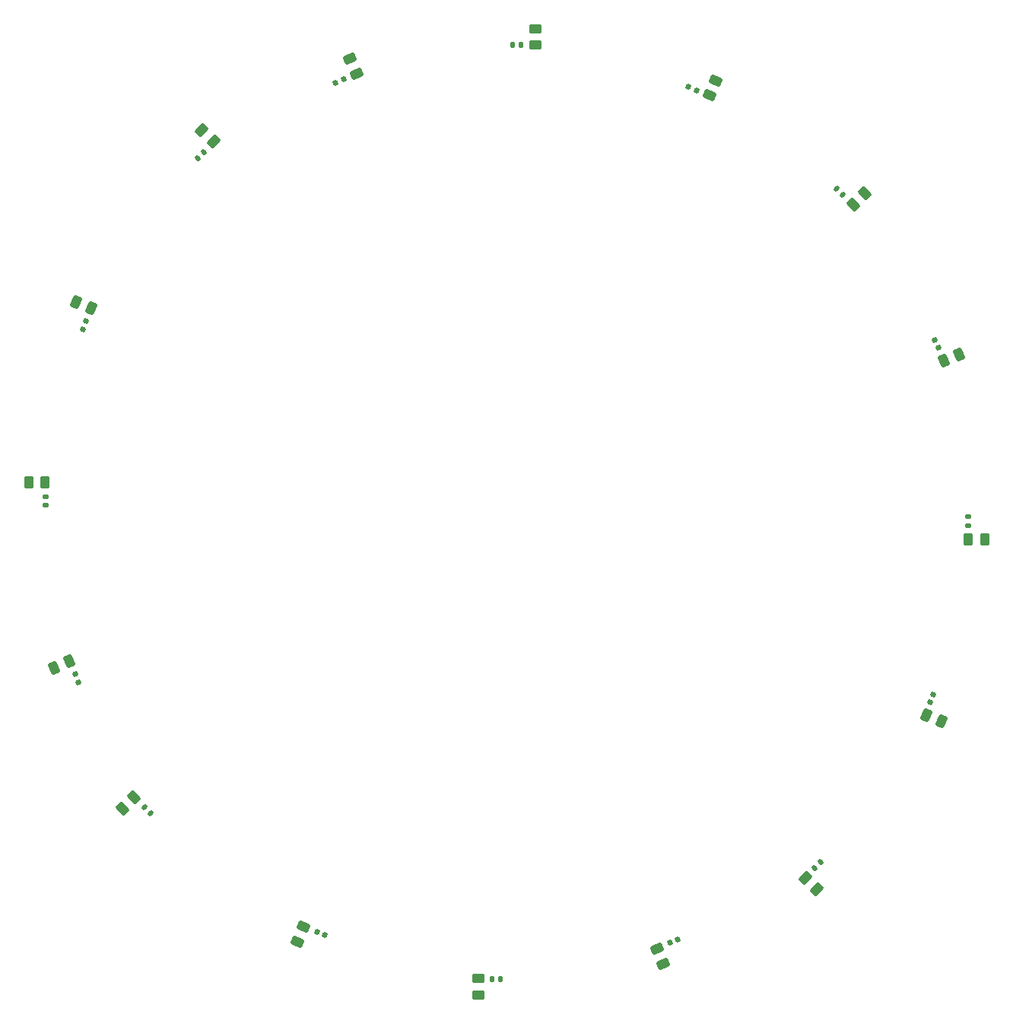
<source format=gbr>
%TF.GenerationSoftware,KiCad,Pcbnew,7.0.9*%
%TF.CreationDate,2024-12-16T17:29:33+09:00*%
%TF.ProjectId,IR_Bored_ESP32,49525f42-6f72-4656-945f-45535033322e,rev?*%
%TF.SameCoordinates,Original*%
%TF.FileFunction,Paste,Top*%
%TF.FilePolarity,Positive*%
%FSLAX46Y46*%
G04 Gerber Fmt 4.6, Leading zero omitted, Abs format (unit mm)*
G04 Created by KiCad (PCBNEW 7.0.9) date 2024-12-16 17:29:33*
%MOMM*%
%LPD*%
G01*
G04 APERTURE LIST*
G04 Aperture macros list*
%AMRoundRect*
0 Rectangle with rounded corners*
0 $1 Rounding radius*
0 $2 $3 $4 $5 $6 $7 $8 $9 X,Y pos of 4 corners*
0 Add a 4 corners polygon primitive as box body*
4,1,4,$2,$3,$4,$5,$6,$7,$8,$9,$2,$3,0*
0 Add four circle primitives for the rounded corners*
1,1,$1+$1,$2,$3*
1,1,$1+$1,$4,$5*
1,1,$1+$1,$6,$7*
1,1,$1+$1,$8,$9*
0 Add four rect primitives between the rounded corners*
20,1,$1+$1,$2,$3,$4,$5,0*
20,1,$1+$1,$4,$5,$6,$7,0*
20,1,$1+$1,$6,$7,$8,$9,0*
20,1,$1+$1,$8,$9,$2,$3,0*%
G04 Aperture macros list end*
%ADD10RoundRect,0.250000X0.503814X0.132583X0.132583X0.503814X-0.503814X-0.132583X-0.132583X-0.503814X0*%
%ADD11RoundRect,0.140000X0.194399X0.103484X-0.064287X0.210635X-0.194399X-0.103484X0.064287X-0.210635X0*%
%ADD12RoundRect,0.250000X0.132583X-0.503814X0.503814X-0.132583X-0.132583X0.503814X-0.503814X0.132583X0*%
%ADD13RoundRect,0.140000X0.219203X0.021213X0.021213X0.219203X-0.219203X-0.021213X-0.021213X-0.219203X0*%
%ADD14RoundRect,0.140000X-0.140000X-0.170000X0.140000X-0.170000X0.140000X0.170000X-0.140000X0.170000X0*%
%ADD15RoundRect,0.140000X-0.210635X0.064287X-0.103484X-0.194399X0.210635X-0.064287X0.103484X0.194399X0*%
%ADD16RoundRect,0.250000X-0.414726X-0.315291X0.070311X-0.516200X0.414726X0.315291X-0.070311X0.516200X0*%
%ADD17RoundRect,0.140000X0.210635X-0.064287X0.103484X0.194399X-0.210635X0.064287X-0.103484X-0.194399X0*%
%ADD18RoundRect,0.250000X-0.132583X0.503814X-0.503814X0.132583X0.132583X-0.503814X0.503814X-0.132583X0*%
%ADD19RoundRect,0.250000X0.070311X0.516200X-0.414726X0.315291X-0.070311X-0.516200X0.414726X-0.315291X0*%
%ADD20RoundRect,0.250000X-0.262500X-0.450000X0.262500X-0.450000X0.262500X0.450000X-0.262500X0.450000X0*%
%ADD21RoundRect,0.140000X0.021213X-0.219203X0.219203X-0.021213X-0.021213X0.219203X-0.219203X0.021213X0*%
%ADD22RoundRect,0.250000X0.262500X0.450000X-0.262500X0.450000X-0.262500X-0.450000X0.262500X-0.450000X0*%
%ADD23RoundRect,0.250000X0.450000X-0.262500X0.450000X0.262500X-0.450000X0.262500X-0.450000X-0.262500X0*%
%ADD24RoundRect,0.250000X-0.070311X-0.516200X0.414726X-0.315291X0.070311X0.516200X-0.414726X0.315291X0*%
%ADD25RoundRect,0.250000X0.414726X0.315291X-0.070311X0.516200X-0.414726X-0.315291X0.070311X-0.516200X0*%
%ADD26RoundRect,0.140000X-0.103484X0.194399X-0.210635X-0.064287X0.103484X-0.194399X0.210635X0.064287X0*%
%ADD27RoundRect,0.140000X-0.021213X0.219203X-0.219203X0.021213X0.021213X-0.219203X0.219203X-0.021213X0*%
%ADD28RoundRect,0.250000X-0.450000X0.262500X-0.450000X-0.262500X0.450000X-0.262500X0.450000X0.262500X0*%
%ADD29RoundRect,0.250000X0.315291X-0.414726X0.516200X0.070311X-0.315291X0.414726X-0.516200X-0.070311X0*%
%ADD30RoundRect,0.140000X-0.064287X-0.210635X0.194399X-0.103484X0.064287X0.210635X-0.194399X0.103484X0*%
%ADD31RoundRect,0.250000X-0.503814X-0.132583X-0.132583X-0.503814X0.503814X0.132583X0.132583X0.503814X0*%
%ADD32RoundRect,0.250000X-0.516200X0.070311X-0.315291X-0.414726X0.516200X-0.070311X0.315291X0.414726X0*%
%ADD33RoundRect,0.140000X0.103484X-0.194399X0.210635X0.064287X-0.103484X0.194399X-0.210635X-0.064287X0*%
%ADD34RoundRect,0.250000X-0.315291X0.414726X-0.516200X-0.070311X0.315291X-0.414726X0.516200X0.070311X0*%
%ADD35RoundRect,0.250000X0.516200X-0.070311X0.315291X0.414726X-0.516200X0.070311X-0.315291X-0.414726X0*%
%ADD36RoundRect,0.140000X-0.170000X0.140000X-0.170000X-0.140000X0.170000X-0.140000X0.170000X0.140000X0*%
%ADD37RoundRect,0.140000X-0.219203X-0.021213X-0.021213X-0.219203X0.219203X0.021213X0.021213X0.219203X0*%
%ADD38RoundRect,0.140000X0.064287X0.210635X-0.194399X0.103484X-0.064287X-0.210635X0.194399X-0.103484X0*%
%ADD39RoundRect,0.140000X0.170000X-0.140000X0.170000X0.140000X-0.170000X0.140000X-0.170000X-0.140000X0*%
%ADD40RoundRect,0.140000X0.140000X0.170000X-0.140000X0.170000X-0.140000X-0.170000X0.140000X-0.170000X0*%
%ADD41RoundRect,0.140000X-0.194399X-0.103484X0.064287X-0.210635X0.194399X0.103484X-0.064287X0.210635X0*%
G04 APERTURE END LIST*
D10*
%TO.C,R1*%
X156845235Y-44565235D03*
X155554765Y-43274765D03*
%TD*%
D11*
%TO.C,C16*%
X210608232Y-38826948D03*
X209721308Y-38459572D03*
%TD*%
D12*
%TO.C,R15*%
X228072221Y-51570978D03*
X229362691Y-50280508D03*
%TD*%
D13*
%TO.C,C15*%
X226921405Y-50473195D03*
X226242583Y-49794373D03*
%TD*%
D14*
%TO.C,C11*%
X187840000Y-137710000D03*
X188800000Y-137710000D03*
%TD*%
D15*
%TO.C,C6*%
X141444014Y-103836295D03*
X141811390Y-104723219D03*
%TD*%
D16*
%TO.C,R10*%
X236206960Y-108380801D03*
X237893040Y-109079199D03*
%TD*%
D17*
%TO.C,C14*%
X237535986Y-67475705D03*
X237168610Y-66588781D03*
%TD*%
D18*
%TO.C,R7*%
X147985235Y-117494765D03*
X146694765Y-118785235D03*
%TD*%
D19*
%TO.C,R6*%
X140800903Y-102381678D03*
X139114823Y-103080076D03*
%TD*%
D20*
%TO.C,R13*%
X240873502Y-88835998D03*
X242698502Y-88835998D03*
%TD*%
D21*
%TO.C,C9*%
X223741178Y-125388822D03*
X224420000Y-124710000D03*
%TD*%
D22*
%TO.C,R5*%
X138106500Y-82476001D03*
X136281500Y-82476001D03*
%TD*%
D23*
%TO.C,R3*%
X192670000Y-33792500D03*
X192670000Y-31967500D03*
%TD*%
D24*
%TO.C,R14*%
X238179098Y-68930321D03*
X239865178Y-68231923D03*
%TD*%
D25*
%TO.C,R2*%
X143234769Y-63054450D03*
X141548689Y-62356052D03*
%TD*%
D26*
%TO.C,C2*%
X142660948Y-64537767D03*
X142293572Y-65424691D03*
%TD*%
D27*
%TO.C,C1*%
X155800000Y-45730000D03*
X155121178Y-46408822D03*
%TD*%
D28*
%TO.C,R11*%
X186310000Y-137690000D03*
X186310000Y-139515000D03*
%TD*%
D29*
%TO.C,R16*%
X212091551Y-39400769D03*
X212789949Y-37714689D03*
%TD*%
D30*
%TO.C,C12*%
X207670295Y-133701986D03*
X208557219Y-133334610D03*
%TD*%
D31*
%TO.C,R9*%
X222710000Y-126480000D03*
X224000470Y-127770470D03*
%TD*%
D32*
%TO.C,R12*%
X206215679Y-134345098D03*
X206914077Y-136031178D03*
%TD*%
D33*
%TO.C,C10*%
X236636312Y-106943462D03*
X237003688Y-106056538D03*
%TD*%
D34*
%TO.C,R8*%
X166888451Y-131911232D03*
X166190053Y-133597312D03*
%TD*%
D35*
%TO.C,R4*%
X172764323Y-36966903D03*
X172065925Y-35280823D03*
%TD*%
D36*
%TO.C,C5*%
X138143999Y-84065999D03*
X138143999Y-85025999D03*
%TD*%
D37*
%TO.C,C7*%
X149180589Y-118610589D03*
X149859411Y-119289411D03*
%TD*%
D38*
%TO.C,C4*%
X171309705Y-37610015D03*
X170422781Y-37977391D03*
%TD*%
D39*
%TO.C,C13*%
X240836001Y-87246001D03*
X240836001Y-86286001D03*
%TD*%
D40*
%TO.C,C3*%
X191120000Y-33810000D03*
X190160000Y-33810000D03*
%TD*%
D41*
%TO.C,C8*%
X168371767Y-132485052D03*
X169258691Y-132852428D03*
%TD*%
M02*

</source>
